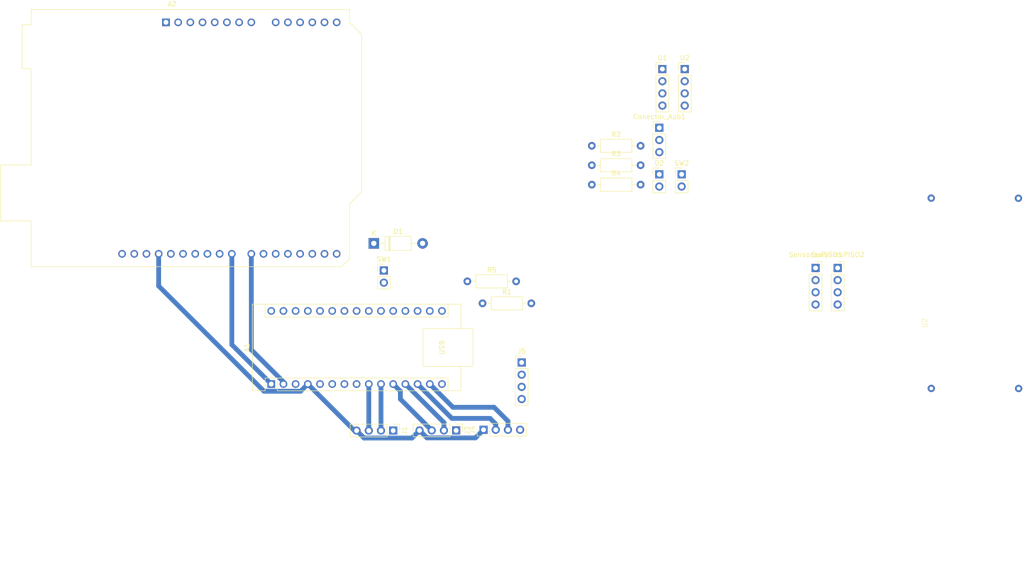
<source format=kicad_pcb>
(kicad_pcb (version 20240108) (generator "pcbnew") (generator_version "8.0")
  (layers (0 "F.Cu" signal) (31 "B.Cu" signal) (34 "B.Paste" user) (35 "F.Paste" user) (36 "B.SilkS" user "B.Silkscreen") (37 "F.SilkS" user "F.Silkscreen") (38 "B.Mask" user) (39 "F.Mask" user) (44 "Edge.Cuts" user))
  (net 0 "")
  (net 1 "AIN2 MONSTER SHIELD")
  (net 5 "ECHO 1")
  (net 6 "SENSOR DE PISO 1")
  (net 8 "ECHO 3")
  (net 9 "ECHO 4")
  (net 11 "TRIG 4")
  (net 12 "ECHO 2")
  (net 13 "GND")
  (net 16 "TRIG 2")
  (net 17 "VIN")
  (net 18 "AIN1 MONSTER SHIELD")
  (net 19 "SENSOR DE PISO 2")
  (net 20 "TRIG 3")
  (net 21 "BIN 2 MONSTER SHIELD")
  (net 22 "TRIG 1")
  (net 23 "BIN 1 MONSTER SHIELD")
  (net 24 "+5V")
  (net 25 "PWM A MONSTER SHIELD")
  (net 26 "PWM B MONSTER SHIELD")
  (net 28 "Earth")
  (net 33 "Net-(Conector_Apb1-Pin_1)")
  (net 34 "Net-(D1-A)")
  (net 41 "Net-(D2-K)")
  (net 42 "Net-(U1-K)")
  (net 45 "Net-(D2-A)")
  (net 50 "Net-(U2-K)")
  (net 51 "BOTON ")
  (net 61 "STEP DOWN")
  (footprint "Connector_PinHeader_2.54mm:PinHeader_1x04_P2.54mm_Vertical" (layer "F.Cu") (at 131.14 109.99 -90)
    (property "Reference" "J3" (at 0 -2.33 90) (layer "F.SilkS"))
    (property "Value" "Ultrasonico 2")
    (fp_line (start -1.33 8.95) (end 1.33 8.95) (stroke (width 0.12)) (layer "F.SilkS"))
    (fp_line (start -1.33 1.27) (end -1.33 8.95) (stroke (width 0.12)) (layer "F.SilkS"))
    (fp_line (start -1.33 1.27) (end 1.33 1.27) (stroke (width 0.12)) (layer "F.SilkS"))
    (fp_line (start 1.33 1.27) (end 1.33 8.95) (stroke (width 0.12)) (layer "F.SilkS"))
    (fp_line (start -1.33 0) (end -1.33 -1.33) (stroke (width 0.12)) (layer "F.SilkS"))
    (fp_line (start -1.33 -1.33) (end 0 -1.33) (stroke (width 0.12)) (layer "F.SilkS"))
    (pad "1" thru_hole rect (at 0 0 270) (size 1.7 1.7) (drill 1) (layers "*.Cu" "*.Mask") (net 24 "+5V"))
    (pad "2" thru_hole oval (at 0 2.54 270) (size 1.7 1.7) (drill 1) (layers "*.Cu" "*.Mask") (net 16 "TRIG 2"))
    (pad "3" thru_hole oval (at 0 5.08 270) (size 1.7 1.7) (drill 1) (layers "*.Cu" "*.Mask") (net 12 "ECHO 2"))
    (pad "4" thru_hole oval (at 0 7.62 270) (size 1.7 1.7) (drill 1) (layers "*.Cu" "*.Mask") (net 13 "GND"))
  )
  (footprint "Connector_PinHeader_2.54mm:PinHeader_1x04_P2.54mm_Vertical" (layer "F.Cu") (at 144.79 95.83)
    (property "Reference" "J5" (at 0 -2.33 0) (layer "F.SilkS"))
    (property "Value" "Ultrasonico 4")
    (fp_line (start -1.33 -1.33) (end 0 -1.33) (stroke (width 0.12)) (layer "F.SilkS"))
    (fp_line (start -1.33 0) (end -1.33 -1.33) (stroke (width 0.12)) (layer "F.SilkS"))
    (fp_line (start -1.33 1.27) (end -1.33 8.95) (stroke (width 0.12)) (layer "F.SilkS"))
    (fp_line (start -1.33 1.27) (end 1.33 1.27) (stroke (width 0.12)) (layer "F.SilkS"))
    (fp_line (start -1.33 8.95) (end 1.33 8.95) (stroke (width 0.12)) (layer "F.SilkS"))
    (fp_line (start 1.33 1.27) (end 1.33 8.95) (stroke (width 0.12)) (layer "F.SilkS"))
    (pad "1" thru_hole rect (at 0 0) (size 1.7 1.7) (drill 1) (layers "*.Cu" "*.Mask") (net 24 "+5V"))
    (pad "2" thru_hole oval (at 0 2.54) (size 1.7 1.7) (drill 1) (layers "*.Cu" "*.Mask") (net 11 "TRIG 4"))
    (pad "3" thru_hole oval (at 0 5.08) (size 1.7 1.7) (drill 1) (layers "*.Cu" "*.Mask") (net 9 "ECHO 4"))
    (pad "4" thru_hole oval (at 0 7.62) (size 1.7 1.7) (drill 1) (layers "*.Cu" "*.Mask") (net 13 "GND"))
  )
  (footprint "Connector_PinSocket_2.54mm:PinSocket_1x04_P2.54mm_Vertical" (layer "F.Cu") (at 210.605 76.115)
    (property "Reference" "SensoresPISO2" (at 0 -2.77 0) (layer "F.SilkS"))
    (property "Value" "Conn_01x04")
    (fp_line (start -1.33 1.27) (end -1.33 8.95) (stroke (width 0.12)) (layer "F.SilkS"))
    (fp_line (start -1.33 1.27) (end 1.33 1.27) (stroke (width 0.12)) (layer "F.SilkS"))
    (fp_line (start -1.33 8.95) (end 1.33 8.95) (stroke (width 0.12)) (layer "F.SilkS"))
    (fp_line (start 0 -1.33) (end 1.33 -1.33) (stroke (width 0.12)) (layer "F.SilkS"))
    (fp_line (start 1.33 -1.33) (end 1.33 0) (stroke (width 0.12)) (layer "F.SilkS"))
    (fp_line (start 1.33 1.27) (end 1.33 8.95) (stroke (width 0.12)) (layer "F.SilkS"))
    (pad "1" thru_hole rect (at 0 0) (size 1.7 1.7) (drill 1) (layers "*.Cu" "*.Mask") (net 24 "+5V"))
    (pad "2" thru_hole oval (at 0 2.54) (size 1.7 1.7) (drill 1) (layers "*.Cu" "*.Mask"))
    (pad "3" thru_hole oval (at 0 5.08) (size 1.7 1.7) (drill 1) (layers "*.Cu" "*.Mask") (net 13 "GND"))
    (pad "4" thru_hole oval (at 0 7.62) (size 1.7 1.7) (drill 1) (layers "*.Cu" "*.Mask") (net 19 "SENSOR DE PISO 2"))
  )
  (footprint "Connector_PinHeader_2.54mm:PinHeader_1x04_P2.54mm_Vertical" (layer "F.Cu") (at 174.1 34.65)
    (property "Reference" "U1" (at 0 -2.33 0) (layer "F.SilkS"))
    (property "Value" "CNY70")
    (fp_line (start -1.33 -1.33) (end 0 -1.33) (stroke (width 0.12)) (layer "F.SilkS"))
    (fp_line (start -1.33 0) (end -1.33 -1.33) (stroke (width 0.12)) (layer "F.SilkS"))
    (fp_line (start -1.33 1.27) (end -1.33 8.95) (stroke (width 0.12)) (layer "F.SilkS"))
    (fp_line (start -1.33 1.27) (end 1.33 1.27) (stroke (width 0.12)) (layer "F.SilkS"))
    (fp_line (start -1.33 8.95) (end 1.33 8.95) (stroke (width 0.12)) (layer "F.SilkS"))
    (fp_line (start 1.33 1.27) (end 1.33 8.95) (stroke (width 0.12)) (layer "F.SilkS"))
    (pad "1" thru_hole rect (at 0 0) (size 1.7 1.7) (drill 1) (layers "*.Cu" "*.Mask") (net 24 "+5V"))
    (pad "2" thru_hole oval (at 0 2.54) (size 1.7 1.7) (drill 1) (layers "*.Cu" "*.Mask") (net 42 "Net-(U1-K)"))
    (pad "3" thru_hole oval (at 0 5.08) (size 1.7 1.7) (drill 1) (layers "*.Cu" "*.Mask") (net 24 "+5V"))
    (pad "4" thru_hole oval (at 0 7.62) (size 1.7 1.7) (drill 1) (layers "*.Cu" "*.Mask") (net 6 "SENSOR DE PISO 1"))
  )
  (footprint "Connector_PinHeader_2.54mm:PinHeader_1x02_P2.54mm_Vertical" (layer "F.Cu") (at 116.09 76.64)
    (property "Reference" "SW1" (at 0 -2.33 0) (layer "F.SilkS"))
    (property "Value" "SW_SPST")
    (fp_line (start -1.33 -1.33) (end 0 -1.33) (stroke (width 0.12)) (layer "F.SilkS"))
    (fp_line (start -1.33 0) (end -1.33 -1.33) (stroke (width 0.12)) (layer "F.SilkS"))
    (fp_line (start -1.33 1.27) (end -1.33 3.87) (stroke (width 0.12)) (layer "F.SilkS"))
    (fp_line (start -1.33 1.27) (end 1.33 1.27) (stroke (width 0.12)) (layer "F.SilkS"))
    (fp_line (start -1.33 3.87) (end 1.33 3.87) (stroke (width 0.12)) (layer "F.SilkS"))
    (fp_line (start 1.33 1.27) (end 1.33 3.87) (stroke (width 0.12)) (layer "F.SilkS"))
    (pad "1" thru_hole rect (at 0 0) (size 1.7 1.7) (drill 1) (layers "*.Cu" "*.Mask") (net 34 "Net-(D1-A)"))
    (pad "2" thru_hole oval (at 0 2.54) (size 1.7 1.7) (drill 1) (layers "*.Cu" "*.Mask") (net 45 "Net-(D2-A)"))
  )
  (footprint "Resistor_THT:R_Axial_DIN0207_L6.3mm_D2.5mm_P10.16mm_Horizontal" (layer "F.Cu") (at 159.4 58.75)
    (property "Reference" "R4" (at 5.08 -2.37 0) (layer "F.SilkS"))
    (property "Value" "200")
    (fp_line (start 1.04 0) (end 1.81 0) (stroke (width 0.12)) (layer "F.SilkS"))
    (fp_line (start 1.81 -1.37) (end 1.81 1.37) (stroke (width 0.12)) (layer "F.SilkS"))
    (fp_line (start 1.81 1.37) (end 8.35 1.37) (stroke (width 0.12)) (layer "F.SilkS"))
    (fp_line (start 8.35 -1.37) (end 1.81 -1.37) (stroke (width 0.12)) (layer "F.SilkS"))
    (fp_line (start 8.35 1.37) (end 8.35 -1.37) (stroke (width 0.12)) (layer "F.SilkS"))
    (fp_line (start 9.12 0) (end 8.35 0) (stroke (width 0.12)) (layer "F.SilkS"))
    (pad "1" thru_hole circle (at 0 0) (size 1.6 1.6) (drill 0.8) (layers "*.Cu" "*.Mask") (net 13 "GND"))
    (pad "2" thru_hole oval (at 10.16 0) (size 1.6 1.6) (drill 0.8) (layers "*.Cu" "*.Mask") (net 50 "Net-(U2-K)"))
  )
  (footprint "Connector_PinHeader_2.54mm:PinHeader_1x03_P2.54mm_Vertical" (layer "F.Cu") (at 173.46 46.9)
    (property "Reference" "Conector_Apb1" (at 0 -2.33 0) (layer "F.SilkS"))
    (property "Value" "Conector Apb")
    (fp_line (start -1.33 -1.33) (end 0 -1.33) (stroke (width 0.12)) (layer "F.SilkS"))
    (fp_line (start -1.33 0) (end -1.33 -1.33) (stroke (width 0.12)) (layer "F.SilkS"))
    (fp_line (start -1.33 1.27) (end -1.33 6.41) (stroke (width 0.12)) (layer "F.SilkS"))
    (fp_line (start -1.33 1.27) (end 1.33 1.27) (stroke (width 0.12)) (layer "F.SilkS"))
    (fp_line (start -1.33 6.41) (end 1.33 6.41) (stroke (width 0.12)) (layer "F.SilkS"))
    (fp_line (start 1.33 1.27) (end 1.33 6.41) (stroke (width 0.12)) (layer "F.SilkS"))
    (pad "1" thru_hole rect (at 0 0) (size 1.7 1.7) (drill 1) (layers "*.Cu" "*.Mask") (net 33 "Net-(Conector_Apb1-Pin_1)"))
    (pad "2" thru_hole oval (at 0 2.54) (size 1.7 1.7) (drill 1) (layers "*.Cu" "*.Mask") (net 28 "Earth"))
    (pad "3" thru_hole oval (at 0 5.08) (size 1.7 1.7) (drill 1) (layers "*.Cu" "*.Mask") (net 33 "Net-(Conector_Apb1-Pin_1)"))
  )
  (footprint "Connector_PinHeader_2.54mm:PinHeader_1x02_P2.54mm_Vertical" (layer "F.Cu") (at 178.11 56.6)
    (property "Reference" "SW2" (at 0 -2.33 0) (layer "F.SilkS"))
    (property "Value" "SW_Push")
    (fp_line (start -1.33 -1.33) (end 0 -1.33) (stroke (width 0.12)) (layer "F.SilkS"))
    (fp_line (start -1.33 0) (end -1.33 -1.33) (stroke (width 0.12)) (layer "F.SilkS"))
    (fp_line (start -1.33 1.27) (end -1.33 3.87) (stroke (width 0.12)) (layer "F.SilkS"))
    (fp_line (start -1.33 1.27) (end 1.33 1.27) (stroke (width 0.12)) (layer "F.SilkS"))
    (fp_line (start -1.33 3.87) (end 1.33 3.87) (stroke (width 0.12)) (layer "F.SilkS"))
    (fp_line (start 1.33 1.27) (end 1.33 3.87) (stroke (width 0.12)) (layer "F.SilkS"))
    (pad "1" thru_hole rect (at 0 0) (size 1.7 1.7) (drill 1) (layers "*.Cu" "*.Mask") (net 51 "BOTON "))
    (pad "2" thru_hole oval (at 0 2.54) (size 1.7 1.7) (drill 1) (layers "*.Cu" "*.Mask") (net 13 "GND"))
  )
  (footprint "Resistor_THT:R_Axial_DIN0207_L6.3mm_D2.5mm_P10.16mm_Horizontal" (layer "F.Cu") (at 133.48 78.91)
    (property "Reference" "R5" (at 5.08 -2.37 0) (layer "F.SilkS"))
    (property "Value" "10K")
    (fp_line (start 1.04 0) (end 1.81 0) (stroke (width 0.12)) (layer "F.SilkS"))
    (fp_line (start 1.81 -1.37) (end 1.81 1.37) (stroke (width 0.12)) (layer "F.SilkS"))
    (fp_line (start 1.81 1.37) (end 8.35 1.37) (stroke (width 0.12)) (layer "F.SilkS"))
    (fp_line (start 8.35 -1.37) (end 1.81 -1.37) (stroke (width 0.12)) (layer "F.SilkS"))
    (fp_line (start 8.35 1.37) (end 8.35 -1.37) (stroke (width 0.12)) (layer "F.SilkS"))
    (fp_line (start 9.12 0) (end 8.35 0) (stroke (width 0.12)) (layer "F.SilkS"))
    (pad "1" thru_hole circle (at 0 0) (size 1.6 1.6) (drill 0.8) (layers "*.Cu" "*.Mask") (net 19 "SENSOR DE PISO 2"))
    (pad "2" thru_hole oval (at 10.16 0) (size 1.6 1.6) (drill 0.8) (layers "*.Cu" "*.Mask") (net 13 "GND"))
  )
  (footprint "Diode_THT:D_DO-41_SOD81_P10.16mm_Horizontal" (layer "F.Cu") (at 113.99 70.995)
    (property "Reference" "D1" (at 5.08 -2.47 0) (layer "F.SilkS"))
    (property "Value" "SB120")
    (fp_line (start 1.34 0) (end 2.36 0) (stroke (width 0.12)) (layer "F.SilkS"))
    (fp_line (start 2.36 -1.47) (end 2.36 1.47) (stroke (width 0.12)) (layer "F.SilkS"))
    (fp_line (start 2.36 1.47) (end 7.8 1.47) (stroke (width 0.12)) (layer "F.SilkS"))
    (fp_line (start 3.14 -1.47) (end 3.14 1.47) (stroke (width 0.12)) (layer "F.SilkS"))
    (fp_line (start 3.26 -1.47) (end 3.26 1.47) (stroke (width 0.12)) (layer "F.SilkS"))
    (fp_line (start 3.38 -1.47) (end 3.38 1.47) (stroke (width 0.12)) (layer "F.SilkS"))
    (fp_line (start 7.8 -1.47) (end 2.36 -1.47) (stroke (width 0.12)) (layer "F.SilkS"))
    (fp_line (start 7.8 1.47) (end 7.8 -1.47) (stroke (width 0.12)) (layer "F.SilkS"))
    (fp_line (start 8.82 0) (end 7.8 0) (stroke (width 0.12)) (layer "F.SilkS"))
    (fp_text user "K" (at 0 -2.1 0) (layer "F.SilkS"))
    (pad "1" thru_hole rect (at 0 0) (size 2.2 2.2) (drill 1.1) (layers "*.Cu" "*.Mask"))
    (pad "2" thru_hole oval (at 10.16 0) (size 2.2 2.2) (drill 1.1) (layers "*.Cu" "*.Mask") (net 34 "Net-(D1-A)"))
  )
  (footprint "Connector_PinSocket_2.54mm:PinSocket_1x04_P2.54mm_Vertical" (layer "F.Cu") (at 206.005 76.115)
    (property "Reference" "SensoresPISO1" (at 0 -2.77 0) (layer "F.SilkS"))
    (property "Value" "Conn_01x04")
    (fp_line (start -1.33 1.27) (end -1.33 8.95) (stroke (width 0.12)) (layer "F.SilkS"))
    (fp_line (start -1.33 1.27) (end 1.33 1.27) (stroke (width 0.12)) (layer "F.SilkS"))
    (fp_line (start -1.33 8.95) (end 1.33 8.95) (stroke (width 0.12)) (layer "F.SilkS"))
    (fp_line (start 0 -1.33) (end 1.33 -1.33) (stroke (width 0.12)) (layer "F.SilkS"))
    (fp_line (start 1.33 -1.33) (end 1.33 0) (stroke (width 0.12)) (layer "F.SilkS"))
    (fp_line (start 1.33 1.27) (end 1.33 8.95) (stroke (width 0.12)) (layer "F.SilkS"))
    (pad "1" thru_hole rect (at 0 0) (size 1.7 1.7) (drill 1) (layers "*.Cu" "*.Mask") (net 24 "+5V"))
    (pad "2" thru_hole oval (at 0 2.54) (size 1.7 1.7) (drill 1) (layers "*.Cu" "*.Mask"))
    (pad "3" thru_hole oval (at 0 5.08) (size 1.7 1.7) (drill 1) (layers "*.Cu" "*.Mask") (net 13 "GND"))
    (pad "4" thru_hole oval (at 0 7.62) (size 1.7 1.7) (drill 1) (layers "*.Cu" "*.Mask") (net 6 "SENSOR DE PISO 1"))
  )
  (footprint "Connector_PinHeader_2.54mm:PinHeader_1x04_P2.54mm_Vertical" (layer "F.Cu") (at 136.85 109.85 90)
    (property "Reference" "J4" (at 0 -2.33 -90) (layer "F.SilkS"))
    (property "Value" "Ultrasonico 3")
    (fp_line (start -1.33 -1.33) (end 0 -1.33) (stroke (width 0.12)) (layer "F.SilkS"))
    (fp_line (start -1.33 0) (end -1.33 -1.33) (stroke (width 0.12)) (layer "F.SilkS"))
    (fp_line (start 1.33 1.27) (end 1.33 8.95) (stroke (width 0.12)) (layer "F.SilkS"))
    (fp_line (start -1.33 1.27) (end 1.33 1.27) (stroke (width 0.12)) (layer "F.SilkS"))
    (fp_line (start -1.33 1.27) (end -1.33 8.95) (stroke (width 0.12)) (layer "F.SilkS"))
    (fp_line (start -1.33 8.95) (end 1.33 8.95) (stroke (width 0.12)) (layer "F.SilkS"))
    (pad "1" thru_hole rect (at 0 0 90) (size 1.7 1.7) (drill 1) (layers "*.Cu" "*.Mask") (net 13 "GND"))
    (pad "2" thru_hole oval (at 0 2.54 90) (size 1.7 1.7) (drill 1) (layers "*.Cu" "*.Mask") (net 8 "ECHO 3"))
    (pad "3" thru_hole oval (at 0 5.08 90) (size 1.7 1.7) (drill 1) (layers "*.Cu" "*.Mask") (net 20 "TRIG 3"))
    (pad "4" thru_hole oval (at 0 7.62 90) (size 1.7 1.7) (drill 1) (layers "*.Cu" "*.Mask") (net 24 "+5V"))
  )
  (footprint "Resistor_THT:R_Axial_DIN0207_L6.3mm_D2.5mm_P10.16mm_Horizontal" (layer "F.Cu") (at 159.4 54.7)
    (property "Reference" "R3" (at 5.08 -2.37 0) (layer "F.SilkS"))
    (property "Value" "200")
    (fp_line (start 1.04 0) (end 1.81 0) (stroke (width 0.12)) (layer "F.SilkS"))
    (fp_line (start 1.81 -1.37) (end 1.81 1.37) (stroke (width 0.12)) (layer "F.SilkS"))
    (fp_line (start 1.81 1.37) (end 8.35 1.37) (stroke (width 0.12)) (layer "F.SilkS"))
    (fp_line (start 8.35 -1.37) (end 1.81 -1.37) (stroke (width 0.12)) (layer "F.SilkS"))
    (fp_line (start 8.35 1.37) (end 8.35 -1.37) (stroke (width 0.12)) (layer "F.SilkS"))
    (fp_line (start 9.12 0) (end 8.35 0) (stroke (width 0.12)) (layer "F.SilkS"))
    (pad "1" thru_hole circle (at 0 0) (size 1.6 1.6) (drill 0.8) (layers "*.Cu" "*.Mask") (net 13 "GND"))
    (pad "2" thru_hole oval (at 10.16 0) (size 1.6 1.6) (drill 0.8) (layers "*.Cu" "*.Mask") (net 42 "Net-(U1-K)"))
  )
  (footprint "Module:Arduino_UNO_R3" (layer "F.Cu") (at 70.7 24.915)
    (property "Reference" "A2" (at 1.27 -3.81 180) (layer "F.SilkS"))
    (property "Value" "MONSTER SHIELD")
    (fp_line (start -34.42 29.72) (end -34.42 41.4) (stroke (width 0.12)) (layer "F.SilkS"))
    (fp_line (start -34.42 41.4) (end -28.07 41.4) (stroke (width 0.12)) (layer "F.SilkS"))
    (fp_line (start -29.97 0.51) (end -29.97 9.65) (stroke (width 0.12)) (layer "F.SilkS"))
    (fp_line (start -29.97 9.65) (end -28.07 9.65) (stroke (width 0.12)) (layer "F.SilkS"))
    (fp_line (start -28.07 -2.67) (end -28.07 0.51) (stroke (width 0.12)) (layer "F.SilkS"))
    (fp_line (start -28.07 0.51) (end -29.97 0.51) (stroke (width 0.12)) (layer "F.SilkS"))
    (fp_line (start -28.07 9.65) (end -28.07 29.72) (stroke (width 0.12)) (layer "F.SilkS"))
    (fp_line (start -28.07 29.72) (end -34.42 29.72) (stroke (width 0.12)) (layer "F.SilkS"))
    (fp_line (start -28.07 41.4) (end -28.07 50.93) (stroke (width 0.12)) (layer "F.SilkS"))
    (fp_line (start -28.07 50.93) (end 36.58 50.93) (stroke (width 0.12)) (layer "F.SilkS"))
    (fp_line (start 36.58 50.93) (end 38.23 49.28) (stroke (width 0.12)) (layer "F.SilkS"))
    (fp_line (start 38.23 -2.67) (end -28.07 -2.67) (stroke (width 0.12)) (layer "F.SilkS"))
    (fp_line (start 38.23 0) (end 38.23 -2.67) (stroke (width 0.12)) (layer "F.SilkS"))
    (fp_line (start 38.23 37.85) (end 40.77 35.31) (stroke (width 0.12)) (layer "F.SilkS"))
    (fp_line (start 38.23 49.28) (end 38.23 37.85) (stroke (width 0.12)) (layer "F.SilkS"))
    (fp_line (start 40.77 2.54) (end 38.23 0) (stroke (width 0.12)) (layer "F.SilkS"))
    (fp_line (start 40.77 35.31) (end 40.77 2.54) (stroke (width 0.12)) (layer "F.SilkS"))
    (pad "1" thru_hole rect (at 0 0 90) (size 1.6 1.6) (drill 1) (layers "*.Cu" "*.Mask"))
    (pad "2" thru_hole oval (at 2.54 0 90) (size 1.6 1.6) (drill 1) (layers "*.Cu" "*.Mask"))
    (pad "3" thru_hole oval (at 5.08 0 90) (size 1.6 1.6) (drill 1) (layers "*.Cu" "*.Mask"))
    (pad "4" thru_hole oval (at 7.62 0 90) (size 1.6 1.6) (drill 1) (layers "*.Cu" "*.Mask"))
    (pad "5" thru_hole oval (at 10.16 0 90) (size 1.6 1.6) (drill 1) (layers "*.Cu" "*.Mask") (net 24 "+5V"))
    (pad "6" thru_hole oval (at 12.7 0 90) (size 1.6 1.6) (drill 1) (layers "*.Cu" "*.Mask") (net 13 "GND"))
    (pad "7" thru_hole oval (at 15.24 0 90) (size 1.6 1.6) (drill 1) (layers "*.Cu" "*.Mask") (net 13 "GND"))
    (pad "8" thru_hole oval (at 17.78 0 90) (size 1.6 1.6) (drill 1) (layers "*.Cu" "*.Mask"))
    (pad "9" thru_hole oval (at 22.86 0 90) (size 1.6 1.6) (drill 1) (layers "*.Cu" "*.Mask") (net 24 "+5V"))
    (pad "10" thru_hole oval (at 25.4 0 90) (size 1.6 1.6) (drill 1) (layers "*.Cu" "*.Mask") (net 24 "+5V"))
    (pad "11" thru_hole oval (at 27.94 0 90) (size 1.6 1.6) (drill 1) (layers "*.Cu" "*.Mask"))
    (pad "12" thru_hole oval (at 30.48 0 90) (size 1.6 1.6) (drill 1) (layers "*.Cu" "*.Mask"))
    (pad "13" thru_hole oval (at 33.02 0 90) (size 1.6 1.6) (drill 1) (layers "*.Cu" "*.Mask"))
    (pad "14" thru_hole oval (at 35.56 0 90) (size 1.6 1.6) (drill 1) (layers "*.Cu" "*.Mask"))
    (pad "15" thru_hole oval (at 35.56 48.26 90) (size 1.6 1.6) (drill 1) (layers "*.Cu" "*.Mask"))
    (pad "16" thru_hole oval (at 33.02 48.26 90) (size 1.6 1.6) (drill 1) (layers "*.Cu" "*.Mask"))
    (pad "17" thru_hole oval (at 30.48 48.26 90) (size 1.6 1.6) (drill 1) (layers "*.Cu" "*.Mask"))
    (pad "18" thru_hole oval (at 27.94 48.26 90) (size 1.6 1.6) (drill 1) (layers "*.Cu" "*.Mask"))
    (pad "19" thru_hole oval (at 25.4 48.26 90) (size 1.6 1.6) (drill 1) (layers "*.Cu" "*.Mask") (net 23 "BIN 1 MONSTER SHIELD"))
    (pad "20" thru_hole oval (at 22.86 48.26 90) (size 1.6 1.6) (drill 1) (layers "*.Cu" "*.Mask") (net 25 "PWM A MONSTER SHIELD"))
    (pad "21" thru_hole oval (at 20.32 48.26 90) (size 1.6 1.6) (drill 1) (layers "*.Cu" "*.Mask") (net 26 "PWM B MONSTER SHIELD"))
    (pad "22" thru_hole oval (at 17.78 48.26 90) (size 1.6 1.6) (drill 1) (layers "*.Cu" "*.Mask") (net 18 "AIN1 MONSTER SHIELD"))
    (pad "23" thru_hole oval (at 13.72 48.26 90) (size 1.6 1.6) (drill 1) (layers "*.Cu" "*.Mask") (net 1 "AIN2 MONSTER SHIELD"))
    (pad "24" thru_hole oval (at 11.18 48.26 90) (size 1.6 1.6) (drill 1) (layers "*.Cu" "*.Mask") (net 21 "BIN 2 MONSTER SHIELD"))
    (pad "25" thru_hole oval (at 8.64 48.26 90) (size 1.6 1.6) (drill 1) (layers "*.Cu" "*.Mask"))
    (pad "26" thru_hole oval (at 6.1 48.26 90) (size 1.6 1.6) (drill 1) (layers "*.Cu" "*.Mask"))
    (pad "27" thru_hole oval (at 3.56 48.26 90) (size 1.6 1.6) (drill 1) (layers "*.Cu" "*.Mask"))
    (pad "28" thru_hole oval (at 1.02 48.26 90) (size 1.6 1.6) (drill 1) (layers "*.Cu" "*.Mask"))
    (pad "29" thru_hole oval (at -1.52 48.26 90) (size 1.6 1.6) (drill 1) (layers "*.Cu" "*.Mask") (net 13 "GND"))
    (pad "30" thru_hole oval (at -4.06 48.26 90) (size 1.6 1.6) (drill 1) (layers "*.Cu" "*.Mask"))
    (pad "31" thru_hole oval (at -6.6 48.26 90) (size 1.6 1.6) (drill 1) (layers "*.Cu" "*.Mask"))
    (pad "32" thru_hole oval (at -9.14 48.26 90) (size 1.6 1.6) (drill 1) (layers "*.Cu" "*.Mask"))
  )
  (footprint "Resistor_THT:R_Axial_DIN0207_L6.3mm_D2.5mm_P10.16mm_Horizontal" (layer "F.Cu") (at 159.4 50.65)
    (property "Reference" "R2" (at 5.08 -2.37 0) (layer "F.SilkS"))
    (property "Value" "10K")
    (fp_line (start 1.04 0) (end 1.81 0) (stroke (width 0.12)) (layer "F.SilkS"))
    (fp_line (start 1.81 -1.37) (end 1.81 1.37) (stroke (width 0.12)) (layer "F.SilkS"))
    (fp_line (start 1.81 1.37) (end 8.35 1.37) (stroke (width 0.12)) (layer "F.SilkS"))
    (fp_line (start 8.35 -1.37) (end 1.81 -1.37) (stroke (width 0.12)) (layer "F.SilkS"))
    (fp_line (start 8.35 1.37) (end 8.35 -1.37) (stroke (width 0.12)) (layer "F.SilkS"))
    (fp_line (start 9.12 0) (end 8.35 0) (stroke (width 0.12)) (layer "F.SilkS"))
    (pad "1" thru_hole circle (at 0 0) (size 1.6 1.6) (drill 0.8) (layers "*.Cu" "*.Mask") (net 6 "SENSOR DE PISO 1"))
    (pad "2" thru_hole oval (at 10.16 0) (size 1.6 1.6) (drill 0.8) (layers "*.Cu" "*.Mask") (net 13 "GND"))
  )
  (footprint "Connector_PinHeader_2.54mm:PinHeader_1x02_P2.54mm_Vertical" (layer "F.Cu") (at 173.46 56.6)
    (property "Reference" "D2" (at 0 -2.33 0) (layer "F.SilkS"))
    (property "Value" "LED")
    (fp_line (start -1.33 -1.33) (end 0 -1.33) (stroke (width 0.12)) (layer "F.SilkS"))
    (fp_line (start -1.33 0) (end -1.33 -1.33) (stroke (width 0.12)) (layer "F.SilkS"))
    (fp_line (start -1.33 1.27) (end -1.33 3.87) (stroke (width 0.12)) (layer "F.SilkS"))
    (fp_line (start -1.33 1.27) (end 1.33 1.27) (stroke (width 0.12)) (layer "F.SilkS"))
    (fp_line (start -1.33 3.87) (end 1.33 3.87) (stroke (width 0.12)) (layer "F.SilkS"))
    (fp_line (start 1.33 1.27) (end 1.33 3.87) (stroke (width 0.12)) (layer "F.SilkS"))
    (pad "1" thru_hole rect (at 0 0) (size 1.7 1.7) (drill 1) (layers "*.Cu" "*.Mask") (net 41 "Net-(D2-K)"))
    (pad "2" thru_hole oval (at 0 2.54) (size 1.7 1.7) (drill 1) (layers "*.Cu" "*.Mask") (net 45 "Net-(D2-A)"))
  )
  (footprint "Module:Arduino_Nano" (layer "F.Cu") (at 92.63 100.32 90)
    (property "Reference" "A1" (at 7.62 -5.08 -90) (layer "F.SilkS"))
    (property "Value" "Arduino_Nano_v3.x")
    (fp_line (start 16.64 -3.94) (end -1.4 -3.94) (stroke (width 0.12)) (layer "F.SilkS"))
    (fp_line (start -1.4 -3.94) (end -1.4 -1.27) (stroke (width 0.12)) (layer "F.SilkS"))
    (fp_line (start 13.97 -1.27) (end 16.64 -1.27) (stroke (width 0.12)) (layer "F.SilkS"))
    (fp_line (start 13.97 -1.27) (end 13.97 36.83) (stroke (width 0.12)) (layer "F.SilkS"))
    (fp_line (start 1.27 -1.27) (end -1.4 -1.27) (stroke (width 0.12)) (layer "F.SilkS"))
    (fp_line (start 1.27 1.27) (end 1.27 -1.27) (stroke (width 0.12)) (layer "F.SilkS"))
    (fp_line (start 1.27 1.27) (end -1.4 1.27) (stroke (width 0.12)) (layer "F.SilkS"))
    (fp_line (start 1.27 1.27) (end 1.27 36.83) (stroke (width 0.12)) (layer "F.SilkS"))
    (fp_line (start -1.4 1.27) (end -1.4 39.5) (stroke (width 0.12)) (layer "F.SilkS"))
    (fp_line (start 11.56 31.62) (end 11.56 42.04) (stroke (width 0.12)) (layer "F.SilkS"))
    (fp_line (start 3.68 31.62) (end 11.56 31.62) (stroke (width 0.12)) (layer "F.SilkS"))
    (fp_line (start 13.97 36.83) (end 16.64 36.83) (stroke (width 0.12)) (layer "F.SilkS"))
    (fp_line (start 1.27 36.83) (end -1.4 36.83) (stroke (width 0.12)) (layer "F.SilkS"))
    (fp_line (start 16.64 39.5) (end 16.64 -3.94) (stroke (width 0.12)) (layer "F.SilkS"))
    (fp_line (start 16.64 39.5) (end 11.56 39.5) (stroke (width 0.12)) (layer "F.SilkS"))
    (fp_line (start -1.4 39.5) (end 3.68 39.5) (stroke (width 0.12)) (layer "F.SilkS"))
    (fp_line (start 11.56 42.04) (end 3.68 42.04) (stroke (width 0.12)) (layer "F.SilkS"))
    (fp_line (start 3.68 42.04) (end 3.68 31.62) (stroke (width 0.12)) (layer "F.SilkS"))
    (fp_text user "USB" (at 7.62 35.56 90) (layer "F.SilkS"))
    (pad "1" thru_hole rect (at 0 0 90) (size 1.6 1.6) (drill 1) (layers "*.Cu" "*.Mask") (net 1 "AIN2 MONSTER SHIELD"))
    (pad "2" thru_hole oval (at 0 2.54 90) (size 1.6 1.6) (drill 1) (layers "*.Cu" "*.Mask") (net 18 "AIN1 MONSTER SHIELD"))
    (pad "3" thru_hole oval (at 0 5.08 90) (size 1.6 1.6) (drill 1) (layers "*.Cu" "*.Mask"))
    (pad "4" thru_hole oval (at 0 7.62 90) (size 1.6 1.6) (drill 1) (layers "*.Cu" "*.Mask") (net 13 "GND"))
    (pad "5" thru_hole oval (at 0 10.16 90) (size 1.6 1.6) (drill 1) (layers "*.Cu" "*.Mask") (net 23 "BIN 1 MONSTER SHIELD"))
    (pad "6" thru_hole oval (at 0 12.7 90) (size 1.6 1.6) (drill 1) (layers "*.Cu" "*.Mask") (net 25 "PWM A MONSTER SHIELD"))
    (pad "7" thru_hole oval (at 0 15.24 90) (size 1.6 1.6) (drill 1) (layers "*.Cu" "*.Mask") (net 21 "BIN 2 MONSTER SHIELD"))
    (pad "8" thru_hole oval (at 0 17.78 90) (size 1.6 1.6) (drill 1) (layers "*.Cu" "*.Mask") (net 26 "PWM B MONSTER SHIELD"))
    (pad "9" thru_hole oval (at 0 20.32 90) (size 1.6 1.6) (drill 1) (layers "*.Cu" "*.Mask") (net 5 "ECHO 1"))
    (pad "10" thru_hole oval (at 0 22.86 90) (size 1.6 1.6) (drill 1) (layers "*.Cu" "*.Mask") (net 22 "TRIG 1"))
    (pad "11" thru_hole oval (at 0 25.4 90) (size 1.6 1.6) (drill 1) (layers "*.Cu" "*.Mask") (net 12 "ECHO 2"))
    (pad "12" thru_hole oval (at 0 27.94 90) (size 1.6 1.6) (drill 1) (layers "*.Cu" "*.Mask") (net 16 "TRIG 2"))
    (pad "13" thru_hole oval (at 0 30.48 90) (size 1.6 1.6) (drill 1) (layers "*.Cu" "*.Mask") (net 8 "ECHO 3"))
    (pad "14" thru_hole oval (at 0 33.02 90) (size 1.6 1.6) (drill 1) (layers "*.Cu" "*.Mask") (net 20 "TRIG 3"))
    (pad "15" thru_hole oval (at 0 35.56 90) (size 1.6 1.6) (drill 1) (layers "*.Cu" "*.Mask") (net 9 "ECHO 4"))
    (pad "16" thru_hole oval (at 15.24 35.56 90) (size 1.6 1.6) (drill 1) (layers "*.Cu" "*.Mask") (net 11 "TRIG 4"))
    (pad "17" thru_hole oval (at 15.24 33.02 90) (size 1.6 1.6) (drill 1) (layers "*.Cu" "*.Mask"))
    (pad "18" thru_hole oval (at 15.24 30.48 90) (size 1.6 1.6) (drill 1) (layers "*.Cu" "*.Mask"))
    (pad "19" thru_hole oval (at 15.24 27.94 90) (size 1.6 1.6) (drill 1) (layers "*.Cu" "*.Mask") (net 6 "SENSOR DE PISO 1"))
    (pad "20" thru_hole oval (at 15.24 25.4 90) (size 1.6 1.6) (drill 1) (layers "*.Cu" "*.Mask") (net 19 "SENSOR DE PISO 2"))
    (pad "21" thru_hole oval (at 15.24 22.86 90) (size 1.6 1.6) (drill 1) (layers "*.Cu" "*.Mask"))
    (pad "22" thru_hole oval (at 15.24 20.32 90) (size 1.6 1.6) (drill 1) (layers "*.Cu" "*.Mask"))
    (pad "23" thru_hole oval (at 15.24 17.78 90) (size 1.6 1.6) (drill 1) (layers "*.Cu" "*.Mask"))
    (pad "24" thru_hole oval (at 15.24 15.24 90) (size 1.6 1.6) (drill 1) (layers "*.Cu" "*.Mask"))
    (pad "25" thru_hole oval (at 15.24 12.7 90) (size 1.6 1.6) (drill 1) (layers "*.Cu" "*.Mask"))
    (pad "26" thru_hole oval (at 15.24 10.16 90) (size 1.6 1.6) (drill 1) (layers "*.Cu" "*.Mask"))
    (pad "27" thru_hole oval (at 15.24 7.62 90) (size 1.6 1.6) (drill 1) (layers "*.Cu" "*.Mask") (net 24 "+5V"))
    (pad "28" thru_hole oval (at 15.24 5.08 90) (size 1.6 1.6) (drill 1) (layers "*.Cu" "*.Mask"))
    (pad "29" thru_hole oval (at 15.24 2.54 90) (size 1.6 1.6) (drill 1) (layers "*.Cu" "*.Mask") (net 13 "GND"))
    (pad "30" thru_hole oval (at 15.24 0 90) (size 1.6 1.6) (drill 1) (layers "*.Cu" "*.Mask") (net 17 "VIN"))
  )
  (footprint "Resistor_THT:R_Axial_DIN0207_L6.3mm_D2.5mm_P10.16mm_Horizontal" (layer "F.Cu") (at 136.64 83.49)
    (property "Reference" "R1" (at 5.08 -2.37 0) (layer "F.SilkS"))
    (property "Value" "R_US")
    (fp_line (start 1.04 0) (end 1.81 0) (stroke (width 0.12)) (layer "F.SilkS"))
    (fp_line (start 1.81 -1.37) (end 1.81 1.37) (stroke (width 0.12)) (layer "F.SilkS"))
    (fp_line (start 1.81 1.37) (end 8.35 1.37) (stroke (width 0.12)) (layer "F.SilkS"))
    (fp_line (start 8.35 -1.37) (end 1.81 -1.37) (stroke (width 0.12)) (layer "F.SilkS"))
    (fp_line (start 8.35 1.37) (end 8.35 -1.37) (stroke (width 0.12)) (layer "F.SilkS"))
    (fp_line (start 9.12 0) (end 8.35 0) (stroke (width 0.12)) (layer "F.SilkS"))
    (pad "1" thru_hole circle (at 0 0) (size 1.6 1.6) (drill 0.8) (layers "*.Cu" "*.Mask") (net 28 "Earth"))
    (pad "2" thru_hole oval (at 10.16 0) (size 1.6 1.6) (drill 0.8) (layers "*.Cu" "*.Mask") (net 41 "Net-(D2-K)"))
  )
  (footprint "Connector_PinHeader_2.54mm:PinHeader_1x04_P2.54mm_Vertical" (layer "F.Cu") (at 118.03 110.02 -90)
    (property "Reference" "J1" (at 0 -2.33 90) (layer "F.SilkS"))
    (property "Value" "Ultrasonico 1")
    (fp_line (start -1.33 8.95) (end 1.33 8.95) (stroke (width 0.12)) (layer "F.SilkS"))
    (fp_line (start -1.33 1.27) (end -1.33 8.95) (stroke (width 0.12)) (layer "F.SilkS"))
    (fp_line (start -1.33 1.27) (end 1.33 1.27) (stroke (width 0.12)) (layer "F.SilkS"))
    (fp_line (start 1.33 1.27) (end 1.33 8.95) (stroke (width 0.12)) (layer "F.SilkS"))
    (fp_line (start -1.33 0) (end -1.33 -1.33) (stroke (width 0.12)) (layer "F.SilkS"))
    (fp_line (start -1.33 -1.33) (end 0 -1.33) (stroke (width 0.12)) (layer "F.SilkS"))
    (pad "1" thru_hole rect (at 0 0 270) (size 1.7 1.7) (drill 1) (layers "*.Cu" "*.Mask") (net 24 "+5V"))
    (pad "2" thru_hole oval (at 0 2.54 270) (size 1.7 1.7) (drill 1) (layers "*.Cu" "*.Mask") (net 22 "TRIG 1"))
    (pad "3" thru_hole oval (at 0 5.08 270) (size 1.7 1.7) (drill 1) (layers "*.Cu" "*.Mask") (net 5 "ECHO 1"))
    (pad "4" thru_hole oval (at 0 7.62 270) (size 1.7 1.7) (drill 1) (layers "*.Cu" "*.Mask") (net 13 "GND"))
  )
  (footprint "Step Down:Step Down" (layer "F.Cu") (at 229.28 87.61 90)
    (property "Reference" "U2" (at 0 -0.5 90) (layer "F.SilkS") (effects (font (thickness 0.1))))
    (property "Value" "~")
    (pad "VIN+" thru_hole circle (at 26.05 0.82 90) (size 1.524 1.524) (drill 0.762) (layers "*.Cu" "*.Mask") (net 61 "STEP DOWN"))
    (pad "VIN-" thru_hole circle (at 26.02 18.98 90) (size 1.524 1.524) (drill 0.762) (layers "*.Cu" "*.Mask") (net 28 "Earth"))
    (pad "VOUT+" thru_hole circle (at -13.62 0.83 90) (size 1.524 1.524) (drill 0.762) (layers "*.Cu" "*.Mask") (net 17 "VIN"))
    (pad "VOUT-" thru_hole circle (at -13.64 19.02 90) (size 1.524 1.524) (drill 0.762) (layers "*.Cu" "*.Mask") (net 13 "GND"))
  )
  (footprint "Connector_PinHeader_2.54mm:PinHeader_1x04_P2.54mm_Vertical" (layer "F.Cu") (at 178.75 34.65)
    (property "Reference" "U2" (at 0 -2.33 0) (layer "F.SilkS"))
    (property "Value" "CNY70")
    (fp_line (start -1.33 -1.33) (end 0 -1.33) (stroke (width 0.12)) (layer "F.SilkS"))
    (fp_line (start -1.33 0) (end -1.33 -1.33) (stroke (width 0.12)) (layer "F.SilkS"))
    (fp_line (start -1.33 1.27) (end -1.33 8.95) (stroke (width 0.12)) (layer "F.SilkS"))
    (fp_line (start -1.33 1.27) (end 1.33 1.27) (stroke (width 0.12)) (layer "F.SilkS"))
    (fp_line (start -1.33 8.95) (end 1.33 8.95) (stroke (width 0.12)) (layer "F.SilkS"))
    (fp_line (start 1.33 1.27) (end 1.33 8.95) (stroke (width 0.12)) (layer "F.SilkS"))
    (pad "1" thru_hole rect (at 0 0) (size 1.7 1.7) (drill 1) (layers "*.Cu" "*.Mask") (net 24 "+5V"))
    (pad "2" thru_hole oval (at 0 2.54) (size 1.7 1.7) (drill 1) (layers "*.Cu" "*.Mask") (net 50 "Net-(U2-K)"))
    (pad "3" thru_hole oval (at 0 5.08) (size 1.7 1.7) (drill 1) (layers "*.Cu" "*.Mask") (net 24 "+5V"))
    (pad "4" thru_hole oval (at 0 7.62) (size 1.7 1.7) (drill 1) (layers "*.Cu" "*.Mask") (net 19 "SENSOR DE PISO 2"))
  )
  (segment (start 84.42 92.11) (end 84.42 73.175) (width 1) (layer "B.Cu") (net 1))
  (segment (start 92.63 100.32) (end 84.42 92.11) (width 1) (layer "B.Cu") (net 1))
  (segment (start 112.95 100.32) (end 112.95 110.02) (width 1) (layer "B.Cu") (net 5))
  (segment (start 130.27 107.48) (end 123.11 100.32) (width 1) (layer "B.Cu") (net 8))
  (segment (start 139.39 108.647919) (end 138.222081 107.48) (width 1) (layer "B.Cu") (net 8))
  (segment (start 138.222081 107.48) (end 130.27 107.48) (width 1) (layer "B.Cu") (net 8))
  (segment (start 139.39 109.85) (end 139.39 108.647919) (width 1) (layer "B.Cu") (net 8))
  (segment (start 118.03 100.32) (end 119.53 101.82) (width 1) (layer "B.Cu") (net 12))
  (segment (start 119.53 103.46) (end 126.06 109.99) (width 1) (layer "B.Cu") (net 12))
  (segment (start 119.53 101.82) (end 119.53 103.46) (width 1) (layer "B.Cu") (net 12))
  (segment (start 98.75 101.82) (end 100.25 100.32) (width 1) (layer "B.Cu") (net 13))
  (segment (start 91.13 101.82) (end 98.75 101.82) (width 1) (layer "B.Cu") (net 13))
  (segment (start 125.07 111.54) (end 123.52 109.99) (width 1) (layer "B.Cu") (net 13))
  (segment (start 110.41 110.02) (end 109.95 110.02) (width 1) (layer "B.Cu") (net 13))
  (segment (start 111.96 111.57) (end 121.94 111.57) (width 1) (layer "B.Cu") (net 13))
  (segment (start 135.16 111.54) (end 125.07 111.54) (width 1) (layer "B.Cu") (net 13))
  (segment (start 136.85 109.85) (end 135.16 111.54) (width 1) (layer "B.Cu") (net 13))
  (segment (start 69.18 79.87) (end 91.13 101.82) (width 1) (layer "B.Cu") (net 13))
  (segment (start 109.95 110.02) (end 100.25 100.32) (width 1) (layer "B.Cu") (net 13))
  (segment (start 69.18 73.175) (end 69.18 79.87) (width 1) (layer "B.Cu") (net 13))
  (segment (start 110.41 110.02) (end 111.96 111.57) (width 1) (layer "B.Cu") (net 13))
  (segment (start 121.94 111.57) (end 123.52 109.99) (width 1) (layer "B.Cu") (net 13))
  (segment (start 128.6 109.99) (end 128.6 108.35) (width 1) (layer "B.Cu") (net 16))
  (segment (start 128.6 108.35) (end 120.57 100.32) (width 1) (layer "B.Cu") (net 16))
  (segment (start 88.48 93.17) (end 88.48 73.175) (width 1) (layer "B.Cu") (net 18))
  (segment (start 95.17 99.86) (end 88.48 93.17) (width 1) (layer "B.Cu") (net 18))
  (segment (start 95.17 100.32) (end 95.17 99.86) (width 1) (layer "B.Cu") (net 18))
  (segment (start 125.65 100.32) (end 130.5 105.17) (width 1) (layer "B.Cu") (net 20))
  (segment (start 139.06 105.17) (end 141.93 108.04) (width 1) (layer "B.Cu") (net 20))
  (segment (start 141.93 108.04) (end 141.93 109.85) (width 1) (layer "B.Cu") (net 20))
  (segment (start 130.5 105.17) (end 139.06 105.17) (width 1) (layer "B.Cu") (net 20))
  (segment (start 115.49 110.02) (end 115.49 100.32) (width 1) (layer "B.Cu") (net 22))
)
</source>
